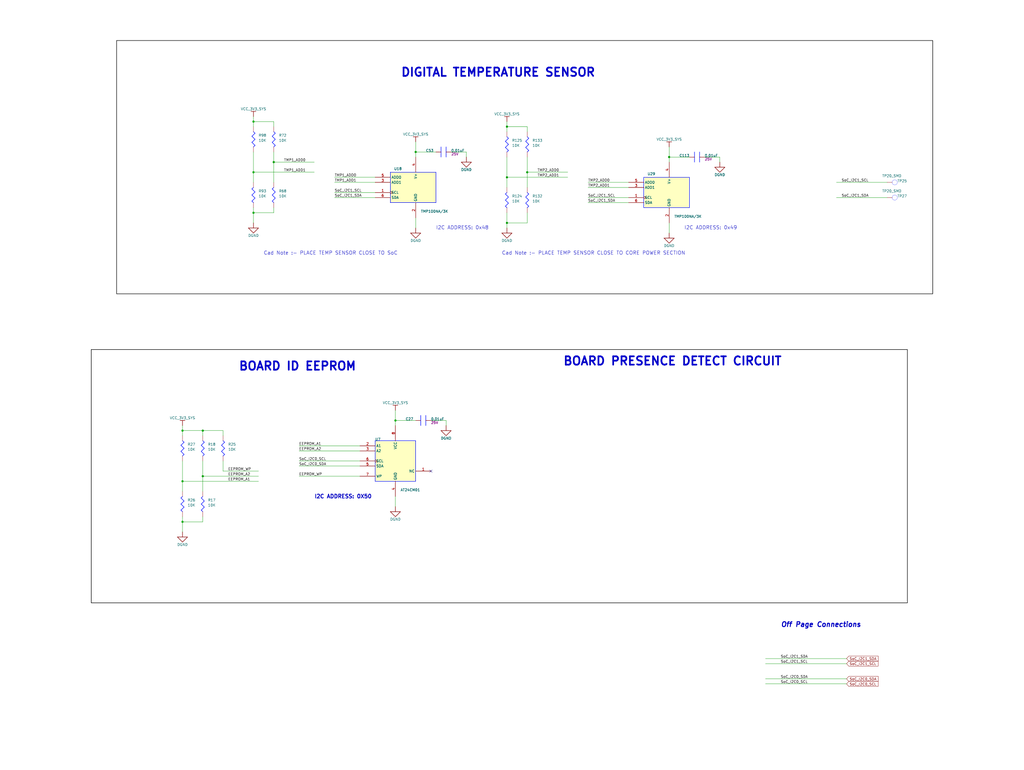
<source format=kicad_sch>
(kicad_sch (version 20231120) (generator "eeschema") (generator_version "8.0")
  (paper "User" 513.08 386.08)
  (junction (at 101.6 215.9))
  (junction (at 198.12 210.82))
  (junction (at 91.44 215.9))
  (junction (at 254 88.9))
  (junction (at 137.16 81.28))
  (junction (at 264.16 86.36))
  (junction (at 91.44 241.3))
  (junction (at 254 111.76))
  (junction (at 208.28 76.2))
  (junction (at 335.28 78.74))
  (junction (at 101.6 238.76))
  (junction (at 127 106.68))
  (junction (at 91.44 261.62))
  (junction (at 127 86.36))
  (junction (at 254 63.5))
  (junction (at 127 60.96))
  (no_connect (at 215.9 236.22))
  (wire (pts (xy 424.18 340.36) (xy 383.54 340.36)))
  (wire (pts (xy 129.54 236.22) (xy 111.76 236.22)))
  (wire (pts (xy 314.96 101.6) (xy 294.64 101.6)))
  (wire (pts (xy 91.44 215.9) (xy 101.6 215.9)))
  (wire (pts (xy 335.28 78.74) (xy 335.28 73.66)))
  (wire (pts (xy 180.34 231.14) (xy 149.86 231.14)))
  (wire (pts (xy 91.44 218.44) (xy 91.44 215.9)))
  (wire (pts (xy 127 111.76) (xy 127 106.68)))
  (wire (pts (xy 180.34 238.76) (xy 149.86 238.76)))
  (wire (pts (xy 187.96 96.52) (xy 167.64 96.52)))
  (wire (pts (xy 198.12 210.82) (xy 198.12 205.74)))
  (wire (pts (xy 157.48 81.28) (xy 137.16 81.28)))
  (wire (pts (xy 360.68 81.28) (xy 360.68 78.74)))
  (wire (pts (xy 314.96 91.44) (xy 294.64 91.44)))
  (wire (pts (xy 129.54 241.3) (xy 91.44 241.3)))
  (wire (pts (xy 111.76 215.9) (xy 111.76 218.44)))
  (wire (pts (xy 208.28 76.2) (xy 208.28 71.12)))
  (wire (pts (xy 444.5 99.06) (xy 419.1 99.06)))
  (wire (pts (xy 254 66.04) (xy 254 63.5)))
  (wire (pts (xy 137.16 63.5) (xy 137.16 60.96)))
  (wire (pts (xy 127 106.68) (xy 137.16 106.68)))
  (wire (pts (xy 127 106.68) (xy 127 104.14)))
  (wire (pts (xy 264.16 63.5) (xy 254 63.5)))
  (wire (pts (xy 335.28 81.28) (xy 335.28 78.74)))
  (wire (pts (xy 223.52 210.82) (xy 215.9 210.82)))
  (wire (pts (xy 180.34 233.68) (xy 149.86 233.68)))
  (wire (pts (xy 264.16 86.36) (xy 264.16 78.74)))
  (wire (pts (xy 424.18 330.2) (xy 383.54 330.2)))
  (wire (pts (xy 91.44 246.38) (xy 91.44 241.3)))
  (wire (pts (xy 254 111.76) (xy 264.16 111.76)))
  (wire (pts (xy 254 63.5) (xy 254 60.96)))
  (wire (pts (xy 284.48 86.36) (xy 264.16 86.36)))
  (wire (pts (xy 264.16 111.76) (xy 264.16 106.68)))
  (wire (pts (xy 223.52 213.36) (xy 223.52 210.82)))
  (wire (pts (xy 91.44 266.7) (xy 91.44 261.62)))
  (wire (pts (xy 127 60.96) (xy 127 58.42)))
  (wire (pts (xy 127 86.36) (xy 127 76.2)))
  (wire (pts (xy 180.34 226.06) (xy 149.86 226.06)))
  (wire (pts (xy 208.28 114.3) (xy 208.28 109.22)))
  (wire (pts (xy 424.18 342.9) (xy 383.54 342.9)))
  (wire (pts (xy 137.16 60.96) (xy 127 60.96)))
  (wire (pts (xy 314.96 99.06) (xy 294.64 99.06)))
  (wire (pts (xy 137.16 106.68) (xy 137.16 104.14)))
  (wire (pts (xy 284.48 88.9) (xy 254 88.9)))
  (wire (pts (xy 101.6 238.76) (xy 101.6 231.14)))
  (wire (pts (xy 233.68 76.2) (xy 226.06 76.2)))
  (wire (pts (xy 187.96 88.9) (xy 167.64 88.9)))
  (wire (pts (xy 127 63.5) (xy 127 60.96)))
  (wire (pts (xy 111.76 236.22) (xy 111.76 231.14)))
  (wire (pts (xy 198.12 213.36) (xy 198.12 210.82)))
  (wire (pts (xy 101.6 246.38) (xy 101.6 238.76)))
  (wire (pts (xy 101.6 215.9) (xy 111.76 215.9)))
  (wire (pts (xy 424.18 332.74) (xy 383.54 332.74)))
  (wire (pts (xy 187.96 99.06) (xy 167.64 99.06)))
  (wire (pts (xy 254 111.76) (xy 254 106.68)))
  (wire (pts (xy 91.44 261.62) (xy 91.44 259.08)))
  (wire (pts (xy 208.28 210.82) (xy 198.12 210.82)))
  (wire (pts (xy 208.28 78.74) (xy 208.28 76.2)))
  (wire (pts (xy 233.68 78.74) (xy 233.68 76.2)))
  (wire (pts (xy 345.44 78.74) (xy 335.28 78.74)))
  (wire (pts (xy 180.34 223.52) (xy 149.86 223.52)))
  (wire (pts (xy 91.44 215.9) (xy 91.44 213.36)))
  (wire (pts (xy 157.48 86.36) (xy 127 86.36)))
  (wire (pts (xy 218.44 76.2) (xy 208.28 76.2)))
  (wire (pts (xy 198.12 254) (xy 198.12 248.92)))
  (wire (pts (xy 91.44 261.62) (xy 101.6 261.62)))
  (wire (pts (xy 254 88.9) (xy 254 78.74)))
  (wire (pts (xy 129.54 238.76) (xy 101.6 238.76)))
  (wire (pts (xy 254 114.3) (xy 254 111.76)))
  (wire (pts (xy 137.16 91.44) (xy 137.16 81.28)))
  (wire (pts (xy 264.16 66.04) (xy 264.16 63.5)))
  (wire (pts (xy 101.6 261.62) (xy 101.6 259.08)))
  (wire (pts (xy 187.96 91.44) (xy 167.64 91.44)))
  (wire (pts (xy 254 93.98) (xy 254 88.9)))
  (wire (pts (xy 101.6 218.44) (xy 101.6 215.9)))
  (wire (pts (xy 335.28 116.84) (xy 335.28 111.76)))
  (wire (pts (xy 360.68 78.74) (xy 353.06 78.74)))
  (wire (pts (xy 264.16 93.98) (xy 264.16 86.36)))
  (wire (pts (xy 127 91.44) (xy 127 86.36)))
  (wire (pts (xy 444.5 91.44) (xy 419.1 91.44)))
  (wire (pts (xy 137.16 81.28) (xy 137.16 76.2)))
  (wire (pts (xy 314.96 93.98) (xy 294.64 93.98)))
  (wire (pts (xy 91.44 241.3) (xy 91.44 231.14)))
  (rectangle (start 467.36 20.32) (end 58.42 147.32) (stroke (width 0.254) (color 0 0 0 1)))
  (rectangle (start 454.66 175.26) (end 45.72 302.26) (stroke (width 0.254) (color 0 0 0 1)))
  (text "DIGITAL TEMPERATURE SENSOR" (at 200.66 38.862 0) (effects (font (size 4.191 4.191) (bold yes)) (justify left bottom)))
  (text "I2C ADDRESS: 0x49" (at 342.9 115.316 0) (effects (font (size 1.778 1.778)) (justify left bottom)))
  (text "BOARD ID EEPROM" (at 119.38 186.182 0) (effects (font (size 4.191 4.191) (bold yes)) (justify left bottom)))
  (text "I2C ADDRESS: 0x48" (at 218.44 115.316 0) (effects (font (size 1.778 1.778)) (justify left bottom)))
  (text "Off Page Connections" (at 391.16 314.706 0) (effects (font (size 2.413 2.413) (bold yes) (italic yes)) (justify left bottom)))
  (text "BOARD PRESENCE DETECT CIRCUIT" (at 281.94 183.642 0) (effects (font (size 4.191 4.191) (bold yes)) (justify left bottom)))
  (text "Cad Note :- PLACE TEMP SENSOR CLOSE TO SoC" (at 132.08 128.016 0) (effects (font (size 1.778 1.778)) (justify left bottom)))
  (text "I2C ADDRESS: 0X50" (at 157.48 250.19 0) (effects (font (size 1.905 1.905) (bold yes)) (justify left bottom)))
  (text "Cad Note :- PLACE TEMP SENSOR CLOSE TO CORE POWER SECTION" (at 251.46 128.016 0) (effects (font (size 1.778 1.778)) (justify left bottom)))
  (label "EEPROM_A2" (at 114.3 238.76 0))
  (label "SoC_I2C1_SDA" (at 391.16 330.2 0))
  (label "TMP1_ADD1" (at 142.24 86.36 0))
  (label "SoC_I2C1_SCL" (at 421.64 91.44 0))
  (label "TMP1_ADD0" (at 167.64 88.9 0))
  (label "EEPROM_A1" (at 149.86 223.52 0))
  (label "SoC_I2C1_SCL" (at 167.64 96.52 0))
  (label "SoC_I2C1_SCL" (at 294.64 99.06 0))
  (label "TMP2_ADD0" (at 269.24 86.36 0))
  (label "SoC_I2C1_SDA" (at 167.64 99.06 0))
  (label "TMP2_ADD0" (at 294.64 91.44 0))
  (label "SoC_I2C0_SCL" (at 391.16 342.9 0))
  (label "TMP2_ADD1" (at 269.24 88.9 0))
  (label "SoC_I2C0_SDA" (at 391.16 340.36 0))
  (label "EEPROM_A1" (at 114.3 241.3 0))
  (label "SoC_I2C1_SCL" (at 391.16 332.74 0))
  (label "TMP1_ADD1" (at 167.64 91.44 0))
  (label "SoC_I2C1_SDA" (at 421.64 99.06 0))
  (label "EEPROM_WP" (at 149.86 238.76 0))
  (label "EEPROM_A2" (at 149.86 226.06 0))
  (label "TMP2_ADD1" (at 294.64 93.98 0))
  (label "EEPROM_WP" (at 114.3 236.22 0))
  (label "TMP1_ADD0" (at 142.24 81.28 0))
  (label "SoC_I2C0_SDA" (at 149.86 233.68 0))
  (label "SoC_I2C1_SDA" (at 294.64 101.6 0))
  (label "SoC_I2C0_SCL" (at 149.86 231.14 0))
  (global_label "SoC_I2C0_SCL" (shape input) (at 424.18 342.9 0) (property "Intersheetrefs" "${INTERSHEET_REFS}" (effects (hide yes))))
  (global_label "SoC_I2C1_SDA" (shape input) (at 424.18 330.2 0) (property "Intersheetrefs" "${INTERSHEET_REFS}" (effects (hide yes))))
  (global_label "SoC_I2C1_SCL" (shape input) (at 424.18 332.74 0) (property "Intersheetrefs" "${INTERSHEET_REFS}" (effects (hide yes))))
  (global_label "SoC_I2C0_SDA" (shape input) (at 424.18 340.36 0) (property "Intersheetrefs" "${INTERSHEET_REFS}" (effects (hide yes))))
  (symbol (lib_id "15-altium-import:root_2_RESISTOR_Dup6") (at 139.7 101.6 0) (unit 1)
    (property "Reference" "R68" (at 139.7 96.52 0) (effects (justify left bottom)))
    (property "Value" "10K" (at 139.7 99.06 0) (effects (justify left bottom)))
    (property "Footprint" "RES0402_0-5" (effects (hide yes)))
    (property "Description" "RES 10K 1/16W 5% 0402" (effects (hide yes)))
    (property "MECHANICAL 3D STEP FILE" "RES0402_0-5" (effects (hide yes)))
    (property "CUSTOM_DUTY" "15%" (effects (hide yes)))
    (property "CUSTOMS_HS_CODE" "85332119" (effects (hide yes)))
    (property "CHKD/DATE" "VASANTHA/061216" (effects (hide yes)))
    (property "CRTD /DATE" "MAZHAR/230805" (effects (hide yes)))
    (property "DATASHEET" "Y~{:}MIS_DATABAS~{E}DATASHEET~{S}RESISTOR~{S}RCXXXXL-SER_MAR18.PDF" (effects (hide yes)))
    (property "TEMPERATURE" "-55癈+155癈" (effects (hide yes)))
    (property "WEIGHT" "0.65mg" (effects (hide yes)))
    (property "HEIGHT" "0.40MM" (effects (hide yes)))
    (property "DISTRIBUTOR_PART_NUMBER" "311-10KJRCT-ND" (effects (hide yes)))
    (property "DISTRIBUTOR_NAME" "DIGIKEY" (effects (hide yes)))
    (property "PACKAGE" "0402" (effects (hide yes)))
    (property "WATTAGE" "1/16W" (effects (hide yes)))
    (property "VOLTAGE" "NA" (effects (hide yes)))
    (property "TOLERANCE" "5%" (effects (hide yes)))
    (property "PART_TYPE" "RESISTOR~{S}FIXED" (effects (hide yes)))
    (property "MFR_PART_NUMBER" "RC0402JR-0710KL" (effects (hide yes)))
    (property "MFR_NAME" "YAGEO AMERICA" (effects (hide yes)))
    (property "PROJECT" "HSE" (effects (hide yes)))
    (property "MISTRAL PART NO" "110011060021-R" (effects (hide yes)))
    (property "LIBRARY REF" "RESISTOR" (effects (hide yes)))
    (property "FOOTPRINT REF" "RES0402_0-5" (effects (hide yes)))
    (property "LIBRARY PATH" "Y~{:}MIS_DATABAS~{E}Librar~{y}ALTIUM_TOO~{L}SCHEMATICS_PART~{S}MS_DISCRETE_Library.schlib" (effects (hide yes)))
    (property "FOOTPRINT PATH" "Y~{:}MIS_DATABAS~{E}Librar~{y}ALTIUM_TOO~{L}PCB_FOOTPRINT~{S}Altium_Footprint_Lib.PcbLib" (effects (hide yes)))
    (property "PCB FOOTPRINT" "RES0402_0-5" (effects (hide yes)))
  )
  (symbol (lib_id "15-altium-import:root_0_TMP100NA/3K_SOT23-6") (at 322.58 88.9 0) (unit 1)
    (property "Reference" "U29" (at 324.358 87.884 0) (effects (justify left bottom)))
    (property "Value" "TMP100NA/3K" (at 337.82 109.22 0) (effects (justify left bottom)))
    (property "Footprint" "SOT23-6_1-5" (effects (hide yes)))
    (property "Description" "IC TEMPERATURE SENSOR WITH I2C AND SMBUS INTERFACE SOT23-6" (effects (hide yes)))
    (property "MISTRAL PART NO" "141017080030-R" (effects (hide yes)))
    (property "PROJECT" "TI_MAXIE_CPB" (effects (hide yes)))
    (property "MFR_NAME" "TEXAS INSTRUMENTS" (effects (hide yes)))
    (property "MFR_PART_NUMBER" "TMP100NA/3K" (effects (hide yes)))
    (property "PART_TYPE" "IC~{S}DIGITA~{L}PERIPHERAL" (effects (hide yes)))
    (property "TOLERANCE" "NA" (effects (hide yes)))
    (property "VOLTAGE" "NA" (effects (hide yes)))
    (property "WATTAGE" "NA" (effects (hide yes)))
    (property "PACKAGE" "SOT23-6" (effects (hide yes)))
    (property "DISTRIBUTOR_NAME" "DIGIKEY" (effects (hide yes)))
    (property "DISTRIBUTOR_PART_NUMBER" "296-26833-1-ND" (effects (hide yes)))
    (property "HEIGHT" "1.45MM" (effects (hide yes)))
    (property "WEIGHT" "120mg" (effects (hide yes)))
    (property "TEMPERATURE" "-55癈+125癈" (effects (hide yes)))
    (property "DATASHEET" "Y~{:}MIS_DATABAS~{E}DATASHEET~{S}IC~{S}DIGITA~{L}PERIPHERA~{L}TMP10XX.PDF" (effects (hide yes)))
    (property "CRTD /DATE" "MANIRAJA/290817" (effects (hide yes)))
    (property "CHKD/DATE" "MANIRAJA/290817" (effects (hide yes)))
    (property "CUSTOMS_HS_CODE" "85423100" (effects (hide yes)))
    (property "CUSTOM_DUTY" "15%" (effects (hide yes)))
    (property "MECHANICAL 3D STEP FILE" "SOT23-6_1-5" (effects (hide yes)))
    (property "LIBRARY REF" "TMP100NA/3K_SOT23-6" (effects (hide yes)))
    (property "PCB FOOTPRINT" "SOT23-6_1-5" (effects (hide yes)))
  )
  (symbol (lib_id "15-altium-import:DGND_SIGNAL_GROUND") (at 198.12 254 0) (unit 1)
    (property "Reference" "#PWR?" (effects (hide yes)))
    (property "Value" "DGND" (at 198.12 260.35 0))
  )
  (symbol (lib_id "15-altium-import:VCC_3V3_SYS_BAR") (at 127 58.42 180) (unit 1)
    (property "Reference" "#PWR?" (effects (hide yes)))
    (property "Value" "VCC_3V3_SYS" (at 127 54.61 0))
  )
  (symbol (lib_id "15-altium-import:DGND_SIGNAL_GROUND") (at 91.44 266.7 0) (unit 1)
    (property "Reference" "#PWR?" (effects (hide yes)))
    (property "Value" "DGND" (at 91.44 273.05 0))
  )
  (symbol (lib_id "15-altium-import:VCC_3V3_SYS_BAR") (at 208.28 71.12 180) (unit 1)
    (property "Reference" "#PWR?" (effects (hide yes)))
    (property "Value" "VCC_3V3_SYS" (at 208.28 67.31 0))
  )
  (symbol (lib_id "15-altium-import:root_2_RESISTOR_Dup6") (at 93.98 256.54 0) (unit 1)
    (property "Reference" "R26" (at 93.98 251.46 0) (effects (justify left bottom)))
    (property "Value" "10K" (at 93.98 254 0) (effects (justify left bottom)))
    (property "Footprint" "RES0402_0-5" (effects (hide yes)))
    (property "Description" "RES 10K 1/16W 5% 0402" (effects (hide yes)))
    (property "PCB FOOTPRINT" "RES0402_0-5" (effects (hide yes)))
    (property "FOOTPRINT PATH" "Y~{:}MIS_DATABAS~{E}Librar~{y}ALTIUM_TOO~{L}PCB_FOOTPRINT~{S}Altium_Footprint_Lib.PcbLib" (effects (hide yes)))
    (property "LIBRARY PATH" "Y~{:}MIS_DATABAS~{E}Librar~{y}ALTIUM_TOO~{L}SCHEMATICS_PART~{S}MS_DISCRETE_Library.schlib" (effects (hide yes)))
    (property "FOOTPRINT REF" "RES0402_0-5" (effects (hide yes)))
    (property "LIBRARY REF" "RESISTOR" (effects (hide yes)))
    (property "MISTRAL PART NO" "110011060021-R" (effects (hide yes)))
    (property "PROJECT" "HSE" (effects (hide yes)))
    (property "MFR_NAME" "YAGEO AMERICA" (effects (hide yes)))
    (property "MFR_PART_NUMBER" "RC0402JR-0710KL" (effects (hide yes)))
    (property "PART_TYPE" "RESISTOR~{S}FIXED" (effects (hide yes)))
    (property "TOLERANCE" "5%" (effects (hide yes)))
    (property "VOLTAGE" "NA" (effects (hide yes)))
    (property "WATTAGE" "1/16W" (effects (hide yes)))
    (property "PACKAGE" "0402" (effects (hide yes)))
    (property "DISTRIBUTOR_NAME" "DIGIKEY" (effects (hide yes)))
    (property "DISTRIBUTOR_PART_NUMBER" "311-10KJRCT-ND" (effects (hide yes)))
    (property "HEIGHT" "0.40MM" (effects (hide yes)))
    (property "WEIGHT" "0.65mg" (effects (hide yes)))
    (property "TEMPERATURE" "-55癈+155癈" (effects (hide yes)))
    (property "DATASHEET" "Y~{:}MIS_DATABAS~{E}DATASHEET~{S}RESISTOR~{S}RCXXXXL-SER_MAR18.PDF" (effects (hide yes)))
    (property "CRTD /DATE" "MAZHAR/230805" (effects (hide yes)))
    (property "CHKD/DATE" "VASANTHA/061216" (effects (hide yes)))
    (property "CUSTOMS_HS_CODE" "85332119" (effects (hide yes)))
    (property "CUSTOM_DUTY" "15%" (effects (hide yes)))
    (property "MECHANICAL 3D STEP FILE" "RES0402_0-5" (effects (hide yes)))
  )
  (symbol (lib_id "15-altium-import:root_2_RESISTOR_Dup6") (at 256.54 104.14 0) (unit 1)
    (property "Reference" "R124" (at 256.54 99.06 0) (effects (justify left bottom)))
    (property "Value" "10K" (at 256.54 101.6 0) (effects (justify left bottom)))
    (property "Footprint" "RES0402_0-5" (effects (hide yes)))
    (property "Description" "RES 10K 1/16W 5% 0402" (effects (hide yes)))
    (property "MECHANICAL 3D STEP FILE" "RES0402_0-5" (effects (hide yes)))
    (property "CUSTOM_DUTY" "15%" (effects (hide yes)))
    (property "CUSTOMS_HS_CODE" "85332119" (effects (hide yes)))
    (property "CHKD/DATE" "VASANTHA/061216" (effects (hide yes)))
    (property "CRTD /DATE" "MAZHAR/230805" (effects (hide yes)))
    (property "DATASHEET" "Y~{:}MIS_DATABAS~{E}DATASHEET~{S}RESISTOR~{S}RCXXXXL-SER_MAR18.PDF" (effects (hide yes)))
    (property "TEMPERATURE" "-55癈+155癈" (effects (hide yes)))
    (property "WEIGHT" "0.65mg" (effects (hide yes)))
    (property "HEIGHT" "0.40MM" (effects (hide yes)))
    (property "DISTRIBUTOR_PART_NUMBER" "311-10KJRCT-ND" (effects (hide yes)))
    (property "DISTRIBUTOR_NAME" "DIGIKEY" (effects (hide yes)))
    (property "PACKAGE" "0402" (effects (hide yes)))
    (property "WATTAGE" "1/16W" (effects (hide yes)))
    (property "VOLTAGE" "NA" (effects (hide yes)))
    (property "TOLERANCE" "5%" (effects (hide yes)))
    (property "PART_TYPE" "RESISTOR~{S}FIXED" (effects (hide yes)))
    (property "MFR_PART_NUMBER" "RC0402JR-0710KL" (effects (hide yes)))
    (property "MFR_NAME" "YAGEO AMERICA" (effects (hide yes)))
    (property "PROJECT" "HSE" (effects (hide yes)))
    (property "MISTRAL PART NO" "110011060021-R" (effects (hide yes)))
    (property "LIBRARY REF" "RESISTOR" (effects (hide yes)))
    (property "FOOTPRINT REF" "RES0402_0-5" (effects (hide yes)))
    (property "LIBRARY PATH" "Y~{:}MIS_DATABAS~{E}Librar~{y}ALTIUM_TOO~{L}SCHEMATICS_PART~{S}MS_DISCRETE_Library.schlib" (effects (hide yes)))
    (property "FOOTPRINT PATH" "Y~{:}MIS_DATABAS~{E}Librar~{y}ALTIUM_TOO~{L}PCB_FOOTPRINT~{S}Altium_Footprint_Lib.PcbLib" (effects (hide yes)))
    (property "PCB FOOTPRINT" "RES0402_0-5" (effects (hide yes)))
  )
  (symbol (lib_id "15-altium-import:root_3_CAP_Dup2") (at 350.52 76.2 0) (unit 1)
    (property "Reference" "C113" (at 340.36 78.74 0) (effects (justify left bottom)))
    (property "Value" "0.01uF" (at 353.06 78.74 0) (effects (justify left bottom)))
    (property "Footprint" "CAP0402N" (effects (hide yes)))
    (property "Description" "CAP CERAMIC 0.01uF 25V 10% X7R 0402" (effects (hide yes)))
    (property "LIBRARY REF" "CAP" (effects (hide yes)))
    (property "MISTRAL PART NO" "120011090040-R" (effects (hide yes)))
    (property "PROJECT" "AM64x_EVM_BRD" (effects (hide yes)))
    (property "MFR_NAME" "WURTH ELECTRONICS" (effects (hide yes)))
    (property "MFR_PART_NUMBER" "885012205050" (effects (hide yes)))
    (property "PART_TYPE" "CAPACITOR~{S}CERAMIC" (effects (hide yes)))
    (property "TOLERANCE" "10%" (effects (hide yes)))
    (property "VOLTAGE" "25V" (at 353.06 80.518 0) (effects (justify left bottom)))
    (property "PACKAGE" "0402" (effects (hide yes)))
    (property "DISTRIBUTOR_NAME" "DIGIKEY" (effects (hide yes)))
    (property "DISTRIBUTOR_PART_NUMBER" "732-7545-1-ND" (effects (hide yes)))
    (property "HEIGHT" "0.55MM" (effects (hide yes)))
    (property "DATASHEET" "Y~{:}MIS_DATABAS~{E}DATASHEET~{S}CAPACITOR~{S}885012205050.PDF" (effects (hide yes)))
    (property "CRTD /DATE" "ALVY/170820" (effects (hide yes)))
    (property "CHKD/DATE" "MANIRAJA/170820" (effects (hide yes)))
    (property "CUSTOMS_HS_CODE" "85322990" (effects (hide yes)))
    (property "CUSTOM_DUTY" "15%" (effects (hide yes)))
    (property "WATTAGE" "NA" (effects (hide yes)))
    (property "WEIGHT" "0.65mg" (effects (hide yes)))
    (property "TEMPERATURE" "-55癈+125癈" (effects (hide yes)))
    (property "MECHANICAL 3D STEP FILE" "CAP0402_0-75" (effects (hide yes)))
    (property "FOOTPRINT REF" "CAP0402_0-75" (effects (hide yes)))
    (property "LIBRARY PATH" "Y~{:}MIS_DATABAS~{E}Librar~{y}ALTIUM_TOO~{L}SCHEMATICS_PART~{S}MS_DISCRETE_Library.schlib" (effects (hide yes)))
    (property "FOOTPRINT PATH" "Y~{:}MIS_DATABAS~{E}Librar~{y}ALTIUM_TOO~{L}PCB_FOOTPRINT~{S}Altium_Footprint_Lib.PcbLib" (effects (hide yes)))
    (property "PCB FOOTPRINT" "CAP0402_0-75" (effects (hide yes)))
  )
  (symbol (lib_id "15-altium-import:root_0_RESISTOR_Dup6") (at 134.62 66.04 0) (unit 1)
    (property "Reference" "R72" (at 139.7 68.58 0) (effects (justify left bottom)))
    (property "Value" "10K" (at 139.7 71.12 0) (effects (justify left bottom)))
    (property "Footprint" "RES0402_0-5" (effects (hide yes)))
    (property "Description" "RES 10K 1/16W 5% 0402" (effects (hide yes)))
    (property "PCB FOOTPRINT" "RES0402_0-5" (effects (hide yes)))
    (property "MECHANICAL 3D STEP FILE" "RES0402_0-5" (effects (hide yes)))
    (property "CUSTOM_DUTY" "15%" (effects (hide yes)))
    (property "CUSTOMS_HS_CODE" "85332119" (effects (hide yes)))
    (property "CHKD/DATE" "VASANTHA/061216" (effects (hide yes)))
    (property "CRTD /DATE" "MAZHAR/230805" (effects (hide yes)))
    (property "DATASHEET" "Y~{:}MIS_DATABAS~{E}DATASHEET~{S}RESISTOR~{S}RCXXXXL-SER_MAR18.PDF" (effects (hide yes)))
    (property "TEMPERATURE" "-55癈+155癈" (effects (hide yes)))
    (property "WEIGHT" "0.65mg" (effects (hide yes)))
    (property "HEIGHT" "0.40MM" (effects (hide yes)))
    (property "DISTRIBUTOR_PART_NUMBER" "311-10KJRCT-ND" (effects (hide yes)))
    (property "DISTRIBUTOR_NAME" "DIGIKEY" (effects (hide yes)))
    (property "PACKAGE" "0402" (effects (hide yes)))
    (property "WATTAGE" "1/16W" (effects (hide yes)))
    (property "VOLTAGE" "NA" (effects (hide yes)))
    (property "TOLERANCE" "5%" (effects (hide yes)))
    (property "PART_TYPE" "RESISTOR~{S}FIXED" (effects (hide yes)))
    (property "MFR_PART_NUMBER" "RC0402JR-0710KL" (effects (hide yes)))
    (property "MFR_NAME" "YAGEO AMERICA" (effects (hide yes)))
    (property "PROJECT" "HSE" (effects (hide yes)))
    (property "MISTRAL PART NO" "110011060021-R" (effects (hide yes)))
    (property "LIBRARY REF" "RESISTOR" (effects (hide yes)))
    (property "FOOTPRINT REF" "RES0402_0-5" (effects (hide yes)))
    (property "LIBRARY PATH" "Y~{:}MIS_DATABAS~{E}Librar~{y}ALTIUM_TOO~{L}SCHEMATICS_PART~{S}MS_DISCRETE_Library.schlib" (effects (hide yes)))
    (property "FOOTPRINT PATH" "Y~{:}MIS_DATABAS~{E}Librar~{y}ALTIUM_TOO~{L}PCB_FOOTPRINT~{S}Altium_Footprint_Lib.PcbLib" (effects (hide yes)))
  )
  (symbol (lib_id "15-altium-import:VCC_3V3_SYS_BAR") (at 335.28 73.66 180) (unit 1)
    (property "Reference" "#PWR?" (effects (hide yes)))
    (property "Value" "VCC_3V3_SYS" (at 335.28 69.85 0))
  )
  (symbol (lib_id "15-altium-import:root_2_RESISTOR_Dup6") (at 104.14 256.54 0) (unit 1)
    (property "Reference" "R17" (at 104.14 251.46 0) (effects (justify left bottom)))
    (property "Value" "10K" (at 104.14 254 0) (effects (justify left bottom)))
    (property "Footprint" "RES0402_0-5" (effects (hide yes)))
    (property "Description" "RES 10K 1/16W 5% 0402" (effects (hide yes)))
    (property "PCB FOOTPRINT" "RES0402_0-5" (effects (hide yes)))
    (property "FOOTPRINT PATH" "Y~{:}MIS_DATABAS~{E}Librar~{y}ALTIUM_TOO~{L}PCB_FOOTPRINT~{S}Altium_Footprint_Lib.PcbLib" (effects (hide yes)))
    (property "LIBRARY PATH" "Y~{:}MIS_DATABAS~{E}Librar~{y}ALTIUM_TOO~{L}SCHEMATICS_PART~{S}MS_DISCRETE_Library.schlib" (effects (hide yes)))
    (property "FOOTPRINT REF" "RES0402_0-5" (effects (hide yes)))
    (property "LIBRARY REF" "RESISTOR" (effects (hide yes)))
    (property "MECHANICAL 3D STEP FILE" "RES0402_0-5" (effects (hide yes)))
    (property "CUSTOM_DUTY" "15%" (effects (hide yes)))
    (property "CUSTOMS_HS_CODE" "85332119" (effects (hide yes)))
    (property "CHKD/DATE" "VASANTHA/061216" (effects (hide yes)))
    (property "CRTD /DATE" "MAZHAR/230805" (effects (hide yes)))
    (property "DATASHEET" "Y~{:}MIS_DATABAS~{E}DATASHEET~{S}RESISTOR~{S}RCXXXXL-SER_MAR18.PDF" (effects (hide yes)))
    (property "TEMPERATURE" "-55癈+155癈" (effects (hide yes)))
    (property "WEIGHT" "0.65mg" (effects (hide yes)))
    (property "HEIGHT" "0.40MM" (effects (hide yes)))
    (property "DISTRIBUTOR_PART_NUMBER" "311-10KJRCT-ND" (effects (hide yes)))
    (property "DISTRIBUTOR_NAME" "DIGIKEY" (effects (hide yes)))
    (property "PACKAGE" "0402" (effects (hide yes)))
    (property "WATTAGE" "1/16W" (effects (hide yes)))
    (property "VOLTAGE" "NA" (effects (hide yes)))
    (property "TOLERANCE" "5%" (effects (hide yes)))
    (property "PART_TYPE" "RESISTOR~{S}FIXED" (effects (hide yes)))
    (property "MFR_PART_NUMBER" "RC0402JR-0710KL" (effects (hide yes)))
    (property "MFR_NAME" "YAGEO AMERICA" (effects (hide yes)))
    (property "PROJECT" "HSE" (effects (hide yes)))
    (property "MISTRAL PART NO" "110011060021-R" (effects (hide yes)))
  )
  (symbol (lib_id "15-altium-import:root_0_AT24HC04B-TH-B_TSSOP8") (at 187.96 220.98 0) (unit 1)
    (property "Reference" "U7" (at 187.96 220.98 0) (effects (justify left bottom)))
    (property "Value" "AT24CM01" (at 200.66 246.38 0) (effects (justify left bottom)))
    (property "Footprint" "TSSOP8_25-59_125X180_1-2" (effects (hide yes)))
    (property "Description" "IC 1MBIT I2C SERIAL EEPROM TSSOP8" (effects (hide yes)))
    (property "LIBRARY REF" "AT24HC04B-TH-B_TSSOP8" (effects (hide yes)))
    (property "MISTRAL PART NO" "141114090006-R" (effects (hide yes)))
    (property "PROJECT" "GALILEO_EVM" (effects (hide yes)))
    (property "MFR_NAME" "ATMEL" (effects (hide yes)))
    (property "MFR_PART_NUMBER" "AT24CM01-XHD-T" (effects (hide yes)))
    (property "PART_TYPE" "IC~{S}DIGITA~{L}MEMORY" (effects (hide yes)))
    (property "TOLERANCE" "NA" (effects (hide yes)))
    (property "VOLTAGE" "NA" (effects (hide yes)))
    (property "WATTAGE" "NA" (effects (hide yes)))
    (property "PACKAGE" "TSSOP8" (effects (hide yes)))
    (property "DISTRIBUTOR_NAME" "DIGIKEY" (effects (hide yes)))
    (property "DISTRIBUTOR_PART_NUMBER" "AT24CM01-XHD-TCT-ND" (effects (hide yes)))
    (property "HEIGHT" "1.20MM" (effects (hide yes)))
    (property "WEIGHT" "158mg" (effects (hide yes)))
    (property "TEMPERATURE" "-40癈+85癈" (effects (hide yes)))
    (property "DATASHEET" "Y~{:}MIS_DATABAS~{E}DATASHEET~{S}IC~{S}MEMOR~{Y}AT24CM01.PDF" (effects (hide yes)))
    (property "CRTD /DATE" "VASANTHA/230914" (effects (hide yes)))
    (property "CHKD/DATE" "NAVEED/241114" (effects (hide yes)))
    (property "CUSTOMS_HS_CODE" "85423100" (effects (hide yes)))
    (property "CUSTOM_DUTY" "15%" (effects (hide yes)))
    (property "MECHANICAL 3D STEP FILE" "TSSOP8_25-59_125X180_1-2" (effects (hide yes)))
    (property "PCB FOOTPRINT" "TSSOP8_25-59_125X180_1-2" (effects (hide yes)))
  )
  (symbol (lib_id "15-altium-import:root_0_RESISTOR_Dup6") (at 124.46 66.04 0) (unit 1)
    (property "Reference" "R98" (at 129.54 68.58 0) (effects (justify left bottom)))
    (property "Value" "10K" (at 129.54 71.12 0) (effects (justify left bottom)))
    (property "Footprint" "RES0402_0-5" (effects (hide yes)))
    (property "Description" "RES 10K 1/16W 5% 0402" (effects (hide yes)))
    (property "MECHANICAL 3D STEP FILE" "RES0402_0-5" (effects (hide yes)))
    (property "CUSTOM_DUTY" "15%" (effects (hide yes)))
    (property "CUSTOMS_HS_CODE" "85332119" (effects (hide yes)))
    (property "CHKD/DATE" "VASANTHA/061216" (effects (hide yes)))
    (property "CRTD /DATE" "MAZHAR/230805" (effects (hide yes)))
    (property "DATASHEET" "Y~{:}MIS_DATABAS~{E}DATASHEET~{S}RESISTOR~{S}RCXXXXL-SER_MAR18.PDF" (effects (hide yes)))
    (property "TEMPERATURE" "-55癈+155癈" (effects (hide yes)))
    (property "WEIGHT" "0.65mg" (effects (hide yes)))
    (property "HEIGHT" "0.40MM" (effects (hide yes)))
    (property "DISTRIBUTOR_PART_NUMBER" "311-10KJRCT-ND" (effects (hide yes)))
    (property "DISTRIBUTOR_NAME" "DIGIKEY" (effects (hide yes)))
    (property "PACKAGE" "0402" (effects (hide yes)))
    (property "WATTAGE" "1/16W" (effects (hide yes)))
    (property "VOLTAGE" "NA" (effects (hide yes)))
    (property "TOLERANCE" "5%" (effects (hide yes)))
    (property "PART_TYPE" "RESISTOR~{S}FIXED" (effects (hide yes)))
    (property "MFR_PART_NUMBER" "RC0402JR-0710KL" (effects (hide yes)))
    (property "MFR_NAME" "YAGEO AMERICA" (effects (hide yes)))
    (property "PROJECT" "HSE" (effects (hide yes)))
    (property "MISTRAL PART NO" "110011060021-R" (effects (hide yes)))
    (property "LIBRARY REF" "RESISTOR" (effects (hide yes)))
    (property "FOOTPRINT REF" "RES0402_0-5" (effects (hide yes)))
    (property "LIBRARY PATH" "Y~{:}MIS_DATABAS~{E}Librar~{y}ALTIUM_TOO~{L}SCHEMATICS_PART~{S}MS_DISCRETE_Library.schlib" (effects (hide yes)))
    (property "FOOTPRINT PATH" "Y~{:}MIS_DATABAS~{E}Librar~{y}ALTIUM_TOO~{L}PCB_FOOTPRINT~{S}Altium_Footprint_Lib.PcbLib" (effects (hide yes)))
    (property "PCB FOOTPRINT" "RES0402_0-5" (effects (hide yes)))
  )
  (symbol (lib_id "15-altium-import:root_0_RESISTOR_Dup6") (at 251.46 68.58 0) (unit 1)
    (property "Reference" "R125" (at 256.54 71.12 0) (effects (justify left bottom)))
    (property "Value" "10K" (at 256.54 73.66 0) (effects (justify left bottom)))
    (property "Footprint" "RES0402_0-5" (effects (hide yes)))
    (property "Description" "RES 10K 1/16W 5% 0402" (effects (hide yes)))
    (property "FOOTPRINT PATH" "Y~{:}MIS_DATABAS~{E}Librar~{y}ALTIUM_TOO~{L}PCB_FOOTPRINT~{S}Altium_Footprint_Lib.PcbLib" (effects (hide yes)))
    (property "LIBRARY PATH" "Y~{:}MIS_DATABAS~{E}Librar~{y}ALTIUM_TOO~{L}SCHEMATICS_PART~{S}MS_DISCRETE_Library.schlib" (effects (hide yes)))
    (property "FOOTPRINT REF" "RES0402_0-5" (effects (hide yes)))
    (property "LIBRARY REF" "RESISTOR" (effects (hide yes)))
    (property "MISTRAL PART NO" "110011060021-R" (effects (hide yes)))
    (property "PROJECT" "HSE" (effects (hide yes)))
    (property "MFR_NAME" "YAGEO AMERICA" (effects (hide yes)))
    (property "MFR_PART_NUMBER" "RC0402JR-0710KL" (effects (hide yes)))
    (property "PART_TYPE" "RESISTOR~{S}FIXED" (effects (hide yes)))
    (property "TOLERANCE" "5%" (effects (hide yes)))
    (property "VOLTAGE" "NA" (effects (hide yes)))
    (property "WATTAGE" "1/16W" (effects (hide yes)))
    (property "PACKAGE" "0402" (effects (hide yes)))
    (property "DISTRIBUTOR_NAME" "DIGIKEY" (effects (hide yes)))
    (property "DISTRIBUTOR_PART_NUMBER" "311-10KJRCT-ND" (effects (hide yes)))
    (property "HEIGHT" "0.40MM" (effects (hide yes)))
    (property "WEIGHT" "0.65mg" (effects (hide yes)))
    (property "TEMPERATURE" "-55癈+155癈" (effects (hide yes)))
    (property "DATASHEET" "Y~{:}MIS_DATABAS~{E}DATASHEET~{S}RESISTOR~{S}RCXXXXL-SER_MAR18.PDF" (effects (hide yes)))
    (property "CRTD /DATE" "MAZHAR/230805" (effects (hide yes)))
    (property "CHKD/DATE" "VASANTHA/061216" (effects (hide yes)))
    (property "CUSTOMS_HS_CODE" "85332119" (effects (hide yes)))
    (property "CUSTOM_DUTY" "15%" (effects (hide yes)))
    (property "MECHANICAL 3D STEP FILE" "RES0402_0-5" (effects (hide yes)))
    (property "PCB FOOTPRINT" "RES0402_0-5" (effects (hide yes)))
  )
  (symbol (lib_id "15-altium-import:DGND_SIGNAL_GROUND") (at 208.28 114.3 0) (unit 1)
    (property "Reference" "#PWR?" (effects (hide yes)))
    (property "Value" "DGND" (at 208.28 120.65 0))
  )
  (symbol (lib_id "15-altium-import:DGND_SIGNAL_GROUND") (at 127 111.76 0) (unit 1)
    (property "Reference" "#PWR?" (effects (hide yes)))
    (property "Value" "DGND" (at 127 118.11 0))
  )
  (symbol (lib_id "15-altium-import:VCC_3V3_SYS_BAR") (at 198.12 205.74 180) (unit 1)
    (property "Reference" "#PWR?" (effects (hide yes)))
    (property "Value" "VCC_3V3_SYS" (at 198.12 201.93 0))
  )
  (symbol (lib_id "15-altium-import:root_2_TESTPOINT") (at 449.58 93.98 0) (unit 1)
    (property "Reference" "TP25" (at 449.58 91.44 0) (effects (justify left bottom)))
    (property "Value" "TP20_SMD" (at 441.96 88.9 0) (effects (justify left bottom)))
    (property "Footprint" "TP20_SMD" (effects (hide yes)))
    (property "Description" "TESTPOINT CIR 20 SMD" (effects (hide yes)))
    (property "CUSTOM_DUTY" "NA" (effects (hide yes)))
    (property "CUSTOMS_HS_CODE" "NA" (effects (hide yes)))
    (property "MISTRAL PART NO" "NA" (effects (hide yes)))
    (property "PROJECT" "BT MODULE_CSRBC04" (effects (hide yes)))
    (property "MFR_NAME" "LOCAL" (effects (hide yes)))
    (property "MFR_PART_NUMBER" "TP20_SMD" (effects (hide yes)))
    (property "PART_TYPE" "TESTPOINT" (effects (hide yes)))
    (property "PACKAGE" "SMD" (effects (hide yes)))
    (property "DISTRIBUTOR_NAME" "NA" (effects (hide yes)))
    (property "DISTRIBUTOR_PART_NUMBER" "NA" (effects (hide yes)))
    (property "HEIGHT" "NA" (effects (hide yes)))
    (property "CRTD /DATE" "MAZHAR/171006" (effects (hide yes)))
    (property "CHKD/DATE" "SHREESHAIL/171006" (effects (hide yes)))
    (property "TOLERANCE" "NA" (effects (hide yes)))
    (property "VOLTAGE" "NA" (effects (hide yes)))
    (property "WATTAGE" "NA" (effects (hide yes)))
    (property "WEIGHT" "NA" (effects (hide yes)))
    (property "TEMPERATURE" "NA" (effects (hide yes)))
    (property "DATASHEET" "NA" (effects (hide yes)))
    (property "MECHANICAL 3D STEP FILE" "NA" (effects (hide yes)))
    (property "LIBRARY PATH" "Y~{:}MIS_DATABAS~{E}Librar~{y}ALTIUM_TOO~{L}SCHEMATICS_PART~{S}MS_DISCRETE_Library.schlib" (effects (hide yes)))
    (property "FOOTPRINT PATH" "Y~{:}MIS_DATABAS~{E}Librar~{y}ALTIUM_TOO~{L}PCB_FOOTPRINT~{S}Altium_Footprint_Lib.PcbLib" (effects (hide yes)))
    (property "LIBRARY REF" "TESTPOINT" (effects (hide yes)))
    (property "FOOTPRINT REF" "TP20_SMD" (effects (hide yes)))
    (property "ROHS" "NA" (effects (hide yes)))
    (property "PCB FOOTPRINT" "TP20_SMD" (effects (hide yes)))
  )
  (symbol (lib_id "15-altium-import:VCC_3V3_SYS_BAR") (at 91.44 213.36 180) (unit 1)
    (property "Reference" "#PWR?" (effects (hide yes)))
    (property "Value" "VCC_3V3_SYS" (at 91.44 209.55 0))
  )
  (symbol (lib_id "15-altium-import:root_0_RESISTOR_Dup6") (at 99.06 220.98 0) (unit 1)
    (property "Reference" "R18" (at 104.14 223.52 0) (effects (justify left bottom)))
    (property "Value" "10K" (at 104.14 226.06 0) (effects (justify left bottom)))
    (property "Footprint" "RES0402_0-5" (effects (hide yes)))
    (property "Description" "RES 10K 1/16W 5% 0402" (effects (hide yes)))
    (property "PCB FOOTPRINT" "RES0402_0-5" (effects (hide yes)))
    (property "FOOTPRINT PATH" "Y~{:}MIS_DATABAS~{E}Librar~{y}ALTIUM_TOO~{L}PCB_FOOTPRINT~{S}Altium_Footprint_Lib.PcbLib" (effects (hide yes)))
    (property "LIBRARY PATH" "Y~{:}MIS_DATABAS~{E}Librar~{y}ALTIUM_TOO~{L}SCHEMATICS_PART~{S}MS_DISCRETE_Library.schlib" (effects (hide yes)))
    (property "FOOTPRINT REF" "RES0402_0-5" (effects (hide yes)))
    (property "LIBRARY REF" "RESISTOR" (effects (hide yes)))
    (property "MISTRAL PART NO" "110011060021-R" (effects (hide yes)))
    (property "PROJECT" "HSE" (effects (hide yes)))
    (property "MFR_NAME" "YAGEO AMERICA" (effects (hide yes)))
    (property "MFR_PART_NUMBER" "RC0402JR-0710KL" (effects (hide yes)))
    (property "PART_TYPE" "RESISTOR~{S}FIXED" (effects (hide yes)))
    (property "TOLERANCE" "5%" (effects (hide yes)))
    (property "VOLTAGE" "NA" (effects (hide yes)))
    (property "WATTAGE" "1/16W" (effects (hide yes)))
    (property "PACKAGE" "0402" (effects (hide yes)))
    (property "DISTRIBUTOR_NAME" "DIGIKEY" (effects (hide yes)))
    (property "DISTRIBUTOR_PART_NUMBER" "311-10KJRCT-ND" (effects (hide yes)))
    (property "HEIGHT" "0.40MM" (effects (hide yes)))
    (property "WEIGHT" "0.65mg" (effects (hide yes)))
    (property "TEMPERATURE" "-55癈+155癈" (effects (hide yes)))
    (property "DATASHEET" "Y~{:}MIS_DATABAS~{E}DATASHEET~{S}RESISTOR~{S}RCXXXXL-SER_MAR18.PDF" (effects (hide yes)))
    (property "CRTD /DATE" "MAZHAR/230805" (effects (hide yes)))
    (property "CHKD/DATE" "VASANTHA/061216" (effects (hide yes)))
    (property "CUSTOMS_HS_CODE" "85332119" (effects (hide yes)))
    (property "CUSTOM_DUTY" "15%" (effects (hide yes)))
    (property "MECHANICAL 3D STEP FILE" "RES0402_0-5" (effects (hide yes)))
  )
  (symbol (lib_id "15-altium-import:DGND_SIGNAL_GROUND") (at 223.52 213.36 0) (unit 1)
    (property "Reference" "#PWR?" (effects (hide yes)))
    (property "Value" "DGND" (at 223.52 219.71 0))
  )
  (symbol (lib_id "15-altium-import:root_2_TESTPOINT") (at 449.58 101.6 0) (unit 1)
    (property "Reference" "TP27" (at 449.58 99.06 0) (effects (justify left bottom)))
    (property "Value" "TP20_SMD" (at 441.96 96.52 0) (effects (justify left bottom)))
    (property "Footprint" "TP20_SMD" (effects (hide yes)))
    (property "Description" "TESTPOINT CIR 20 SMD" (effects (hide yes)))
    (property "CUSTOM_DUTY" "NA" (effects (hide yes)))
    (property "CUSTOMS_HS_CODE" "NA" (effects (hide yes)))
    (property "MISTRAL PART NO" "NA" (effects (hide yes)))
    (property "PROJECT" "BT MODULE_CSRBC04" (effects (hide yes)))
    (property "MFR_NAME" "LOCAL" (effects (hide yes)))
    (property "MFR_PART_NUMBER" "TP20_SMD" (effects (hide yes)))
    (property "PART_TYPE" "TESTPOINT" (effects (hide yes)))
    (property "PACKAGE" "SMD" (effects (hide yes)))
    (property "DISTRIBUTOR_NAME" "NA" (effects (hide yes)))
    (property "DISTRIBUTOR_PART_NUMBER" "NA" (effects (hide yes)))
    (property "HEIGHT" "NA" (effects (hide yes)))
    (property "CRTD /DATE" "MAZHAR/171006" (effects (hide yes)))
    (property "CHKD/DATE" "SHREESHAIL/171006" (effects (hide yes)))
    (property "TOLERANCE" "NA" (effects (hide yes)))
    (property "VOLTAGE" "NA" (effects (hide yes)))
    (property "WATTAGE" "NA" (effects (hide yes)))
    (property "WEIGHT" "NA" (effects (hide yes)))
    (property "TEMPERATURE" "NA" (effects (hide yes)))
    (property "DATASHEET" "NA" (effects (hide yes)))
    (property "MECHANICAL 3D STEP FILE" "NA" (effects (hide yes)))
    (property "LIBRARY PATH" "Y~{:}MIS_DATABAS~{E}Librar~{y}ALTIUM_TOO~{L}SCHEMATICS_PART~{S}MS_DISCRETE_Library.schlib" (effects (hide yes)))
    (property "FOOTPRINT PATH" "Y~{:}MIS_DATABAS~{E}Librar~{y}ALTIUM_TOO~{L}PCB_FOOTPRINT~{S}Altium_Footprint_Lib.PcbLib" (effects (hide yes)))
    (property "LIBRARY REF" "TESTPOINT" (effects (hide yes)))
    (property "FOOTPRINT REF" "TP20_SMD" (effects (hide yes)))
    (property "ROHS" "NA" (effects (hide yes)))
    (property "PCB FOOTPRINT" "TP20_SMD" (effects (hide yes)))
  )
  (symbol (lib_id "15-altium-import:DGND_SIGNAL_GROUND") (at 335.28 116.84 0) (unit 1)
    (property "Reference" "#PWR?" (effects (hide yes)))
    (property "Value" "DGND" (at 335.28 123.19 0))
  )
  (symbol (lib_id "15-altium-import:root_0_RESISTOR_Dup6") (at 261.62 68.58 0) (unit 1)
    (property "Reference" "R133" (at 266.7 71.12 0) (effects (justify left bottom)))
    (property "Value" "10K" (at 266.7 73.66 0) (effects (justify left bottom)))
    (property "Footprint" "RES0402_0-5" (effects (hide yes)))
    (property "Description" "RES 10K 1/16W 5% 0402" (effects (hide yes)))
    (property "PCB FOOTPRINT" "RES0402_0-5" (effects (hide yes)))
    (property "FOOTPRINT PATH" "Y~{:}MIS_DATABAS~{E}Librar~{y}ALTIUM_TOO~{L}PCB_FOOTPRINT~{S}Altium_Footprint_Lib.PcbLib" (effects (hide yes)))
    (property "LIBRARY PATH" "Y~{:}MIS_DATABAS~{E}Librar~{y}ALTIUM_TOO~{L}SCHEMATICS_PART~{S}MS_DISCRETE_Library.schlib" (effects (hide yes)))
    (property "FOOTPRINT REF" "RES0402_0-5" (effects (hide yes)))
    (property "LIBRARY REF" "RESISTOR" (effects (hide yes)))
    (property "MISTRAL PART NO" "110011060021-R" (effects (hide yes)))
    (property "PROJECT" "HSE" (effects (hide yes)))
    (property "MFR_NAME" "YAGEO AMERICA" (effects (hide yes)))
    (property "MFR_PART_NUMBER" "RC0402JR-0710KL" (effects (hide yes)))
    (property "PART_TYPE" "RESISTOR~{S}FIXED" (effects (hide yes)))
    (property "TOLERANCE" "5%" (effects (hide yes)))
    (property "VOLTAGE" "NA" (effects (hide yes)))
    (property "WATTAGE" "1/16W" (effects (hide yes)))
    (property "PACKAGE" "0402" (effects (hide yes)))
    (property "DISTRIBUTOR_NAME" "DIGIKEY" (effects (hide yes)))
    (property "DISTRIBUTOR_PART_NUMBER" "311-10KJRCT-ND" (effects (hide yes)))
    (property "HEIGHT" "0.40MM" (effects (hide yes)))
    (property "WEIGHT" "0.65mg" (effects (hide yes)))
    (property "TEMPERATURE" "-55癈+155癈" (effects (hide yes)))
    (property "DATASHEET" "Y~{:}MIS_DATABAS~{E}DATASHEET~{S}RESISTOR~{S}RCXXXXL-SER_MAR18.PDF" (effects (hide yes)))
    (property "CRTD /DATE" "MAZHAR/230805" (effects (hide yes)))
    (property "CHKD/DATE" "VASANTHA/061216" (effects (hide yes)))
    (property "CUSTOMS_HS_CODE" "85332119" (effects (hide yes)))
    (property "CUSTOM_DUTY" "15%" (effects (hide yes)))
    (property "MECHANICAL 3D STEP FILE" "RES0402_0-5" (effects (hide yes)))
  )
  (symbol (lib_id "15-altium-import:root_0_RESISTOR_Dup6") (at 88.9 220.98 0) (unit 1)
    (property "Reference" "R27" (at 93.98 223.52 0) (effects (justify left bottom)))
    (property "Value" "10K" (at 93.98 226.06 0) (effects (justify left bottom)))
    (property "Footprint" "RES0402_0-5" (effects (hide yes)))
    (property "Description" "RES 10K 1/16W 5% 0402" (effects (hide yes)))
    (property "PCB FOOTPRINT" "RES0402_0-5" (effects (hide yes)))
    (property "FOOTPRINT PATH" "Y~{:}MIS_DATABAS~{E}Librar~{y}ALTIUM_TOO~{L}PCB_FOOTPRINT~{S}Altium_Footprint_Lib.PcbLib" (effects (hide yes)))
    (property "LIBRARY PATH" "Y~{:}MIS_DATABAS~{E}Librar~{y}ALTIUM_TOO~{L}SCHEMATICS_PART~{S}MS_DISCRETE_Library.schlib" (effects (hide yes)))
    (property "FOOTPRINT REF" "RES0402_0-5" (effects (hide yes)))
    (property "LIBRARY REF" "RESISTOR" (effects (hide yes)))
    (property "MISTRAL PART NO" "110011060021-R" (effects (hide yes)))
    (property "PROJECT" "HSE" (effects (hide yes)))
    (property "MFR_NAME" "YAGEO AMERICA" (effects (hide yes)))
    (property "MFR_PART_NUMBER" "RC0402JR-0710KL" (effects (hide yes)))
    (property "PART_TYPE" "RESISTOR~{S}FIXED" (effects (hide yes)))
    (property "TOLERANCE" "5%" (effects (hide yes)))
    (property "VOLTAGE" "NA" (effects (hide yes)))
    (property "WATTAGE" "1/16W" (effects (hide yes)))
    (property "PACKAGE" "0402" (effects (hide yes)))
    (property "DISTRIBUTOR_NAME" "DIGIKEY" (effects (hide yes)))
    (property "DISTRIBUTOR_PART_NUMBER" "311-10KJRCT-ND" (effects (hide yes)))
    (property "HEIGHT" "0.40MM" (effects (hide yes)))
    (property "WEIGHT" "0.65mg" (effects (hide yes)))
    (property "TEMPERATURE" "-55癈+155癈" (effects (hide yes)))
    (property "DATASHEET" "Y~{:}MIS_DATABAS~{E}DATASHEET~{S}RESISTOR~{S}RCXXXXL-SER_MAR18.PDF" (effects (hide yes)))
    (property "CRTD /DATE" "MAZHAR/230805" (effects (hide yes)))
    (property "CHKD/DATE" "VASANTHA/061216" (effects (hide yes)))
    (property "CUSTOMS_HS_CODE" "85332119" (effects (hide yes)))
    (property "CUSTOM_DUTY" "15%" (effects (hide yes)))
    (property "MECHANICAL 3D STEP FILE" "RES0402_0-5" (effects (hide yes)))
  )
  (symbol (lib_id "15-altium-import:root_0_RESISTOR_Dup6") (at 261.62 96.52 0) (unit 1)
    (property "Reference" "R132" (at 266.7 99.06 0) (effects (justify left bottom)))
    (property "Value" "10K" (at 266.7 101.6 0) (effects (justify left bottom)))
    (property "Footprint" "RES0402_0-5" (effects (hide yes)))
    (property "Description" "RES 10K 1/16W 5% 0402" (effects (hide yes)))
    (property "FOOTPRINT PATH" "Y~{:}MIS_DATABAS~{E}Librar~{y}ALTIUM_TOO~{L}PCB_FOOTPRINT~{S}Altium_Footprint_Lib.PcbLib" (effects (hide yes)))
    (property "LIBRARY PATH" "Y~{:}MIS_DATABAS~{E}Librar~{y}ALTIUM_TOO~{L}SCHEMATICS_PART~{S}MS_DISCRETE_Library.schlib" (effects (hide yes)))
    (property "FOOTPRINT REF" "RES0402_0-5" (effects (hide yes)))
    (property "LIBRARY REF" "RESISTOR" (effects (hide yes)))
    (property "MISTRAL PART NO" "110011060021-R" (effects (hide yes)))
    (property "PROJECT" "HSE" (effects (hide yes)))
    (property "MFR_NAME" "YAGEO AMERICA" (effects (hide yes)))
    (property "MFR_PART_NUMBER" "RC0402JR-0710KL" (effects (hide yes)))
    (property "PART_TYPE" "RESISTOR~{S}FIXED" (effects (hide yes)))
    (property "TOLERANCE" "5%" (effects (hide yes)))
    (property "VOLTAGE" "NA" (effects (hide yes)))
    (property "WATTAGE" "1/16W" (effects (hide yes)))
    (property "PACKAGE" "0402" (effects (hide yes)))
    (property "DISTRIBUTOR_NAME" "DIGIKEY" (effects (hide yes)))
    (property "DISTRIBUTOR_PART_NUMBER" "311-10KJRCT-ND" (effects (hide yes)))
    (property "HEIGHT" "0.40MM" (effects (hide yes)))
    (property "WEIGHT" "0.65mg" (effects (hide yes)))
    (property "TEMPERATURE" "-55癈+155癈" (effects (hide yes)))
    (property "DATASHEET" "Y~{:}MIS_DATABAS~{E}DATASHEET~{S}RESISTOR~{S}RCXXXXL-SER_MAR18.PDF" (effects (hide yes)))
    (property "CRTD /DATE" "MAZHAR/230805" (effects (hide yes)))
    (property "CHKD/DATE" "VASANTHA/061216" (effects (hide yes)))
    (property "CUSTOMS_HS_CODE" "85332119" (effects (hide yes)))
    (property "CUSTOM_DUTY" "15%" (effects (hide yes)))
    (property "MECHANICAL 3D STEP FILE" "RES0402_0-5" (effects (hide yes)))
    (property "PCB FOOTPRINT" "RES0402_0-5" (effects (hide yes)))
  )
  (symbol (lib_id "15-altium-import:root_3_CAP_Dup2") (at 223.52 73.66 0) (unit 1)
    (property "Reference" "C53" (at 213.36 76.2 0) (effects (justify left bottom)))
    (property "Value" "0.01uF" (at 226.06 76.2 0) (effects (justify left bottom)))
    (property "Footprint" "CAP0402N" (effects (hide yes)))
    (property "Description" "CAP CERAMIC 0.01uF 25V 10% X7R 0402" (effects (hide yes)))
    (property "LIBRARY REF" "CAP" (effects (hide yes)))
    (property "MISTRAL PART NO" "120011090040-R" (effects (hide yes)))
    (property "PROJECT" "AM64x_EVM_BRD" (effects (hide yes)))
    (property "MFR_NAME" "WURTH ELECTRONICS" (effects (hide yes)))
    (property "MFR_PART_NUMBER" "885012205050" (effects (hide yes)))
    (property "PART_TYPE" "CAPACITOR~{S}CERAMIC" (effects (hide yes)))
    (property "TOLERANCE" "10%" (effects (hide yes)))
    (property "VOLTAGE" "25V" (at 226.06 77.978 0) (effects (justify left bottom)))
    (property "PACKAGE" "0402" (effects (hide yes)))
    (property "DISTRIBUTOR_NAME" "DIGIKEY" (effects (hide yes)))
    (property "DISTRIBUTOR_PART_NUMBER" "732-7545-1-ND" (effects (hide yes)))
    (property "HEIGHT" "0.55MM" (effects (hide yes)))
    (property "DATASHEET" "Y~{:}MIS_DATABAS~{E}DATASHEET~{S}CAPACITOR~{S}885012205050.PDF" (effects (hide yes)))
    (property "CRTD /DATE" "ALVY/170820" (effects (hide yes)))
    (property "CHKD/DATE" "MANIRAJA/170820" (effects (hide yes)))
    (property "CUSTOMS_HS_CODE" "85322990" (effects (hide yes)))
    (property "CUSTOM_DUTY" "15%" (effects (hide yes)))
    (property "WATTAGE" "NA" (effects (hide yes)))
    (property "WEIGHT" "0.65mg" (effects (hide yes)))
    (property "TEMPERATURE" "-55癈+125癈" (effects (hide yes)))
    (property "MECHANICAL 3D STEP FILE" "CAP0402_0-75" (effects (hide yes)))
    (property "FOOTPRINT REF" "CAP0402_0-75" (effects (hide yes)))
    (property "LIBRARY PATH" "Y~{:}MIS_DATABAS~{E}Librar~{y}ALTIUM_TOO~{L}SCHEMATICS_PART~{S}MS_DISCRETE_Library.schlib" (effects (hide yes)))
    (property "FOOTPRINT PATH" "Y~{:}MIS_DATABAS~{E}Librar~{y}ALTIUM_TOO~{L}PCB_FOOTPRINT~{S}Altium_Footprint_Lib.PcbLib" (effects (hide yes)))
    (property "PCB FOOTPRINT" "CAP0402_0-75" (effects (hide yes)))
  )
  (symbol (lib_id "15-altium-import:VCC_3V3_SYS_BAR") (at 254 60.96 180) (unit 1)
    (property "Reference" "#PWR?" (effects (hide yes)))
    (property "Value" "VCC_3V3_SYS" (at 254 57.15 0))
  )
  (symbol (lib_id "15-altium-import:root_0_TMP100NA/3K_SOT23-6") (at 195.58 86.36 0) (unit 1)
    (property "Reference" "U18" (at 197.358 85.344 0) (effects (justify left bottom)))
    (property "Value" "TMP100NA/3K" (at 210.82 106.68 0) (effects (justify left bottom)))
    (property "Footprint" "SOT23-6_1-5" (effects (hide yes)))
    (property "Description" "IC TEMPERATURE SENSOR WITH I2C AND SMBUS INTERFACE SOT23-6" (effects (hide yes)))
    (property "MECHANICAL 3D STEP FILE" "SOT23-6_1-5" (effects (hide yes)))
    (property "CUSTOM_DUTY" "15%" (effects (hide yes)))
    (property "CUSTOMS_HS_CODE" "85423100" (effects (hide yes)))
    (property "CHKD/DATE" "MANIRAJA/290817" (effects (hide yes)))
    (property "CRTD /DATE" "MANIRAJA/290817" (effects (hide yes)))
    (property "DATASHEET" "Y~{:}MIS_DATABAS~{E}DATASHEET~{S}IC~{S}DIGITA~{L}PERIPHERA~{L}TMP10XX.PDF" (effects (hide yes)))
    (property "TEMPERATURE" "-55癈+125癈" (effects (hide yes)))
    (property "WEIGHT" "120mg" (effects (hide yes)))
    (property "HEIGHT" "1.45MM" (effects (hide yes)))
    (property "DISTRIBUTOR_PART_NUMBER" "296-26833-1-ND" (effects (hide yes)))
    (property "DISTRIBUTOR_NAME" "DIGIKEY" (effects (hide yes)))
    (property "PACKAGE" "SOT23-6" (effects (hide yes)))
    (property "WATTAGE" "NA" (effects (hide yes)))
    (property "VOLTAGE" "NA" (effects (hide yes)))
    (property "TOLERANCE" "NA" (effects (hide yes)))
    (property "PART_TYPE" "IC~{S}DIGITA~{L}PERIPHERAL" (effects (hide yes)))
    (property "MFR_PART_NUMBER" "TMP100NA/3K" (effects (hide yes)))
    (property "MFR_NAME" "TEXAS INSTRUMENTS" (effects (hide yes)))
    (property "PROJECT" "TI_MAXIE_CPB" (effects (hide yes)))
    (property "MISTRAL PART NO" "141017080030-R" (effects (hide yes)))
    (property "LIBRARY REF" "TMP100NA/3K_SOT23-6" (effects (hide yes)))
    (property "PCB FOOTPRINT" "SOT23-6_1-5" (effects (hide yes)))
  )
  (symbol (lib_id "15-altium-import:DGND_SIGNAL_GROUND") (at 360.68 81.28 0) (unit 1)
    (property "Reference" "#PWR?" (effects (hide yes)))
    (property "Value" "DGND" (at 360.68 87.63 0))
  )
  (symbol (lib_id "15-altium-import:DGND_SIGNAL_GROUND") (at 233.68 78.74 0) (unit 1)
    (property "Reference" "#PWR?" (effects (hide yes)))
    (property "Value" "DGND" (at 233.68 85.09 0))
  )
  (symbol (lib_id "15-altium-import:DGND_SIGNAL_GROUND") (at 254 114.3 0) (unit 1)
    (property "Reference" "#PWR?" (effects (hide yes)))
    (property "Value" "DGND" (at 254 120.65 0))
  )
  (symbol (lib_id "15-altium-import:root_3_CAP_Dup2") (at 213.36 208.28 0) (unit 1)
    (property "Reference" "C27" (at 203.2 210.82 0) (effects (justify left bottom)))
    (property "Value" "0.01uF" (at 215.9 210.82 0) (effects (justify left bottom)))
    (property "Footprint" "CAP0402N" (effects (hide yes)))
    (property "Description" "CAP CERAMIC 0.01uF 25V 10% X7R 0402" (effects (hide yes)))
    (property "FOOTPRINT PATH" "Y~{:}MIS_DATABAS~{E}Librar~{y}ALTIUM_TOO~{L}PCB_FOOTPRINT~{S}Altium_Footprint_Lib.PcbLib" (effects (hide yes)))
    (property "LIBRARY PATH" "Y~{:}MIS_DATABAS~{E}Librar~{y}ALTIUM_TOO~{L}SCHEMATICS_PART~{S}MS_DISCRETE_Library.schlib" (effects (hide yes)))
    (property "FOOTPRINT REF" "CAP0402_0-75" (effects (hide yes)))
    (property "MECHANICAL 3D STEP FILE" "CAP0402_0-75" (effects (hide yes)))
    (property "TEMPERATURE" "-55癈+125癈" (effects (hide yes)))
    (property "WEIGHT" "0.65mg" (effects (hide yes)))
    (property "WATTAGE" "NA" (effects (hide yes)))
    (property "CUSTOM_DUTY" "15%" (effects (hide yes)))
    (property "CUSTOMS_HS_CODE" "85322990" (effects (hide yes)))
    (property "CHKD/DATE" "MANIRAJA/170820" (effects (hide yes)))
    (property "CRTD /DATE" "ALVY/170820" (effects (hide yes)))
    (property "DATASHEET" "Y~{:}MIS_DATABAS~{E}DATASHEET~{S}CAPACITOR~{S}885012205050.PDF" (effects (hide yes)))
    (property "HEIGHT" "0.55MM" (effects (hide yes)))
    (property "DISTRIBUTOR_PART_NUMBER" "732-7545-1-ND" (effects (hide yes)))
    (property "DISTRIBUTOR_NAME" "DIGIKEY" (effects (hide yes)))
    (property "PACKAGE" "0402" (effects (hide yes)))
    (property "VOLTAGE" "25V" (at 215.9 212.598 0) (effects (justify left bottom)))
    (property "TOLERANCE" "10%" (effects (hide yes)))
    (property "PART_TYPE" "CAPACITOR~{S}CERAMIC" (effects (hide yes)))
    (property "MFR_PART_NUMBER" "885012205050" (effects (hide yes)))
    (property "MFR_NAME" "WURTH ELECTRONICS" (effects (hide yes)))
    (property "PROJECT" "AM64x_EVM_BRD" (effects (hide yes)))
    (property "MISTRAL PART NO" "120011090040-R" (effects (hide yes)))
    (property "LIBRARY REF" "CAP" (effects (hide yes)))
    (property "PCB FOOTPRINT" "CAP0402_0-75" (effects (hide yes)))
  )
  (symbol (lib_id "15-altium-import:root_0_RESISTOR_Dup6") (at 109.22 220.98 0) (unit 1)
    (property "Reference" "R25" (at 114.3 223.52 0) (effects (justify left bottom)))
    (property "Value" "10K" (at 114.3 226.06 0) (effects (justify left bottom)))
    (property "Footprint" "RES0402_0-5" (effects (hide yes)))
    (property "Description" "RES 10K 1/16W 5% 0402" (effects (hide yes)))
    (property "PCB FOOTPRINT" "RES0402_0-5" (effects (hide yes)))
    (property "FOOTPRINT PATH" "Y~{:}MIS_DATABAS~{E}Librar~{y}ALTIUM_TOO~{L}PCB_FOOTPRINT~{S}Altium_Footprint_Lib.PcbLib" (effects (hide yes)))
    (property "LIBRARY PATH" "Y~{:}MIS_DATABAS~{E}Librar~{y}ALTIUM_TOO~{L}SCHEMATICS_PART~{S}MS_DISCRETE_Library.schlib" (effects (hide yes)))
    (property "FOOTPRINT REF" "RES0402_0-5" (effects (hide yes)))
    (property "LIBRARY REF" "RESISTOR" (effects (hide yes)))
    (property "MISTRAL PART NO" "110011060021-R" (effects (hide yes)))
    (property "PROJECT" "HSE" (effects (hide yes)))
    (property "MFR_NAME" "YAGEO AMERICA" (effects (hide yes)))
    (property "MFR_PART_NUMBER" "RC0402JR-0710KL" (effects (hide yes)))
    (property "PART_TYPE" "RESISTOR~{S}FIXED" (effects (hide yes)))
    (property "TOLERANCE" "5%" (effects (hide yes)))
    (property "VOLTAGE" "NA" (effects (hide yes)))
    (property "WATTAGE" "1/16W" (effects (hide yes)))
    (property "PACKAGE" "0402" (effects (hide yes)))
    (property "DISTRIBUTOR_NAME" "DIGIKEY" (effects (hide yes)))
    (property "DISTRIBUTOR_PART_NUMBER" "311-10KJRCT-ND" (effects (hide yes)))
    (property "HEIGHT" "0.40MM" (effects (hide yes)))
    (property "WEIGHT" "0.65mg" (effects (hide yes)))
    (property "TEMPERATURE" "-55癈+155癈" (effects (hide yes)))
    (property "DATASHEET" "Y~{:}MIS_DATABAS~{E}DATASHEET~{S}RESISTOR~{S}RCXXXXL-SER_MAR18.PDF" (effects (hide yes)))
    (property "CRTD /DATE" "MAZHAR/230805" (effects (hide yes)))
    (property "CHKD/DATE" "VASANTHA/061216" (effects (hide yes)))
    (property "CUSTOMS_HS_CODE" "85332119" (effects (hide yes)))
    (property "CUSTOM_DUTY" "15%" (effects (hide yes)))
    (property "MECHANICAL 3D STEP FILE" "RES0402_0-5" (effects (hide yes)))
  )
  (symbol (lib_id "15-altium-import:root_2_RESISTOR_Dup6") (at 129.54 101.6 0) (unit 1)
    (property "Reference" "R93" (at 129.54 96.52 0) (effects (justify left bottom)))
    (property "Value" "10K" (at 129.54 99.06 0) (effects (justify left bottom)))
    (property "Footprint" "RES0402_0-5" (effects (hide yes)))
    (property "Description" "RES 10K 1/16W 5% 0402" (effects (hide yes)))
    (property "MISTRAL PART NO" "110011060021-R" (effects (hide yes)))
    (property "PROJECT" "HSE" (effects (hide yes)))
    (property "MFR_NAME" "YAGEO AMERICA" (effects (hide yes)))
    (property "MFR_PART_NUMBER" "RC0402JR-0710KL" (effects (hide yes)))
    (property "PART_TYPE" "RESISTOR~{S}FIXED" (effects (hide yes)))
    (property "TOLERANCE" "5%" (effects (hide yes)))
    (property "VOLTAGE" "NA" (effects (hide yes)))
    (property "WATTAGE" "1/16W" (effects (hide yes)))
    (property "PACKAGE" "0402" (effects (hide yes)))
    (property "DISTRIBUTOR_NAME" "DIGIKEY" (effects (hide yes)))
    (property "DISTRIBUTOR_PART_NUMBER" "311-10KJRCT-ND" (effects (hide yes)))
    (property "HEIGHT" "0.40MM" (effects (hide yes)))
    (property "WEIGHT" "0.65mg" (effects (hide yes)))
    (property "TEMPERATURE" "-55癈+155癈" (effects (hide yes)))
    (property "DATASHEET" "Y~{:}MIS_DATABAS~{E}DATASHEET~{S}RESISTOR~{S}RCXXXXL-SER_MAR18.PDF" (effects (hide yes)))
    (property "CRTD /DATE" "MAZHAR/230805" (effects (hide yes)))
    (property "CHKD/DATE" "VASANTHA/061216" (effects (hide yes)))
    (property "CUSTOMS_HS_CODE" "85332119" (effects (hide yes)))
    (property "CUSTOM_DUTY" "15%" (effects (hide yes)))
    (property "MECHANICAL 3D STEP FILE" "RES0402_0-5" (effects (hide yes)))
    (property "LIBRARY REF" "RESISTOR" (effects (hide yes)))
    (property "FOOTPRINT REF" "RES0402_0-5" (effects (hide yes)))
    (property "LIBRARY PATH" "Y~{:}MIS_DATABAS~{E}Librar~{y}ALTIUM_TOO~{L}SCHEMATICS_PART~{S}MS_DISCRETE_Library.schlib" (effects (hide yes)))
    (property "FOOTPRINT PATH" "Y~{:}MIS_DATABAS~{E}Librar~{y}ALTIUM_TOO~{L}PCB_FOOTPRINT~{S}Altium_Footprint_Lib.PcbLib" (effects (hide yes)))
    (property "PCB FOOTPRINT" "RES0402_0-5" (effects (hide yes)))
  )
)
</source>
